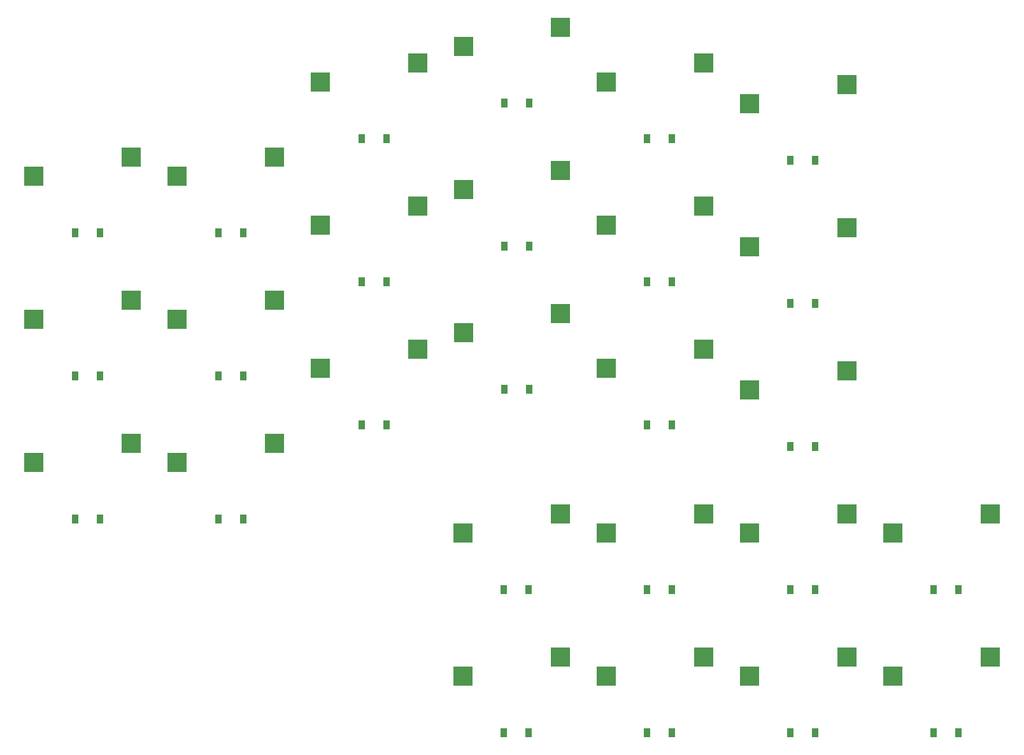
<source format=gbr>
%TF.GenerationSoftware,KiCad,Pcbnew,(6.0.8)*%
%TF.CreationDate,2022-10-22T23:02:27+01:00*%
%TF.ProjectId,board,626f6172-642e-46b6-9963-61645f706362,v1.0.0*%
%TF.SameCoordinates,Original*%
%TF.FileFunction,Paste,Bot*%
%TF.FilePolarity,Positive*%
%FSLAX46Y46*%
G04 Gerber Fmt 4.6, Leading zero omitted, Abs format (unit mm)*
G04 Created by KiCad (PCBNEW (6.0.8)) date 2022-10-22 23:02:27*
%MOMM*%
%LPD*%
G01*
G04 APERTURE LIST*
%ADD10R,2.550000X2.500000*%
%ADD11R,0.900000X1.200000*%
G04 APERTURE END LIST*
D10*
%TO.C,S1*%
X11965000Y2540000D03*
X24892000Y5080000D03*
%TD*%
D11*
%TO.C,D1*%
X20700000Y-5000000D03*
X17400000Y-5000000D03*
%TD*%
D10*
%TO.C,S2*%
X11965000Y21590000D03*
X24892000Y24130000D03*
%TD*%
D11*
%TO.C,D2*%
X20700000Y14050000D03*
X17400000Y14050000D03*
%TD*%
D10*
%TO.C,S3*%
X11965000Y40640000D03*
X24892000Y43180000D03*
%TD*%
D11*
%TO.C,D3*%
X20700000Y33100000D03*
X17400000Y33100000D03*
%TD*%
D10*
%TO.C,S4*%
X31015000Y2540000D03*
X43942000Y5080000D03*
%TD*%
D11*
%TO.C,D4*%
X39750000Y-5000000D03*
X36450000Y-5000000D03*
%TD*%
D10*
%TO.C,S5*%
X31015000Y21590000D03*
X43942000Y24130000D03*
%TD*%
D11*
%TO.C,D5*%
X39750000Y14050000D03*
X36450000Y14050000D03*
%TD*%
D10*
%TO.C,S6*%
X31015000Y40640000D03*
X43942000Y43180000D03*
%TD*%
D11*
%TO.C,D6*%
X39750000Y33100000D03*
X36450000Y33100000D03*
%TD*%
D10*
%TO.C,S7*%
X50065000Y15113000D03*
X62992000Y17653000D03*
%TD*%
D11*
%TO.C,D7*%
X58800000Y7573000D03*
X55500000Y7573000D03*
%TD*%
D10*
%TO.C,S8*%
X50065000Y34163000D03*
X62992000Y36703000D03*
%TD*%
D11*
%TO.C,D8*%
X58800000Y26623000D03*
X55500000Y26623000D03*
%TD*%
D10*
%TO.C,S9*%
X50065000Y53213000D03*
X62992000Y55753000D03*
%TD*%
D11*
%TO.C,D9*%
X58800000Y45673000D03*
X55500000Y45673000D03*
%TD*%
D10*
%TO.C,S10*%
X69065000Y19875500D03*
X81992000Y22415500D03*
%TD*%
D11*
%TO.C,D10*%
X77800000Y12335500D03*
X74500000Y12335500D03*
%TD*%
D10*
%TO.C,S11*%
X69065000Y38925500D03*
X81992000Y41465500D03*
%TD*%
D11*
%TO.C,D11*%
X77800000Y31385500D03*
X74500000Y31385500D03*
%TD*%
D10*
%TO.C,S12*%
X69065000Y57975500D03*
X81992000Y60515500D03*
%TD*%
D11*
%TO.C,D12*%
X77800000Y50435500D03*
X74500000Y50435500D03*
%TD*%
D10*
%TO.C,S13*%
X88065000Y15113000D03*
X100992000Y17653000D03*
%TD*%
D11*
%TO.C,D13*%
X96800000Y7573000D03*
X93500000Y7573000D03*
%TD*%
D10*
%TO.C,S14*%
X88065000Y34163000D03*
X100992000Y36703000D03*
%TD*%
D11*
%TO.C,D14*%
X96800000Y26623000D03*
X93500000Y26623000D03*
%TD*%
D10*
%TO.C,S15*%
X88065000Y53213000D03*
X100992000Y55753000D03*
%TD*%
D11*
%TO.C,D15*%
X96800000Y45673000D03*
X93500000Y45673000D03*
%TD*%
D10*
%TO.C,S16*%
X107115000Y12255500D03*
X120042000Y14795500D03*
%TD*%
D11*
%TO.C,D16*%
X115850000Y4715500D03*
X112550000Y4715500D03*
%TD*%
D10*
%TO.C,S17*%
X107115000Y31305500D03*
X120042000Y33845500D03*
%TD*%
D11*
%TO.C,D17*%
X115850000Y23765500D03*
X112550000Y23765500D03*
%TD*%
D10*
%TO.C,S18*%
X107115000Y50355500D03*
X120042000Y52895500D03*
%TD*%
D11*
%TO.C,D18*%
X115850000Y42815500D03*
X112550000Y42815500D03*
%TD*%
D10*
%TO.C,S19*%
X69015000Y-6794500D03*
X81942000Y-4254500D03*
%TD*%
D11*
%TO.C,D19*%
X77750000Y-14334500D03*
X74450000Y-14334500D03*
%TD*%
D10*
%TO.C,S20*%
X69015000Y-25844500D03*
X81942000Y-23304500D03*
%TD*%
D11*
%TO.C,D20*%
X77750000Y-33384500D03*
X74450000Y-33384500D03*
%TD*%
D10*
%TO.C,S21*%
X88065000Y-6794500D03*
X100992000Y-4254500D03*
%TD*%
D11*
%TO.C,D21*%
X96800000Y-14334500D03*
X93500000Y-14334500D03*
%TD*%
D10*
%TO.C,S22*%
X88065000Y-25844500D03*
X100992000Y-23304500D03*
%TD*%
D11*
%TO.C,D22*%
X96800000Y-33384500D03*
X93500000Y-33384500D03*
%TD*%
D10*
%TO.C,S23*%
X107115000Y-6794500D03*
X120042000Y-4254500D03*
%TD*%
D11*
%TO.C,D23*%
X115850000Y-14334500D03*
X112550000Y-14334500D03*
%TD*%
D10*
%TO.C,S24*%
X107115000Y-25844500D03*
X120042000Y-23304500D03*
%TD*%
D11*
%TO.C,D24*%
X115850000Y-33384500D03*
X112550000Y-33384500D03*
%TD*%
D10*
%TO.C,S25*%
X126165000Y-6794500D03*
X139092000Y-4254500D03*
%TD*%
D11*
%TO.C,D25*%
X134900000Y-14334500D03*
X131600000Y-14334500D03*
%TD*%
D10*
%TO.C,S26*%
X126165000Y-25844500D03*
X139092000Y-23304500D03*
%TD*%
D11*
%TO.C,D26*%
X134900000Y-33384500D03*
X131600000Y-33384500D03*
%TD*%
M02*

</source>
